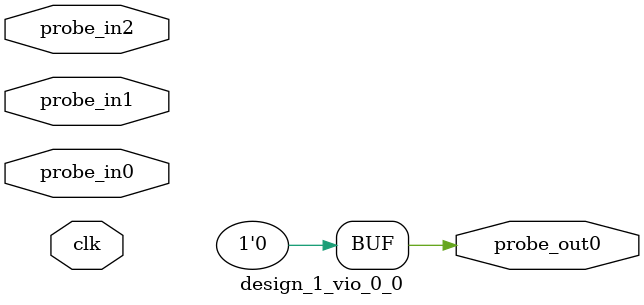
<source format=v>
`timescale 1ns / 1ps
module design_1_vio_0_0 (
clk,
probe_in0,probe_in1,probe_in2,
probe_out0
);

input clk;
input [0 : 0] probe_in0;
input [0 : 0] probe_in1;
input [0 : 0] probe_in2;

output reg [0 : 0] probe_out0 = 'h0 ;


endmodule

</source>
